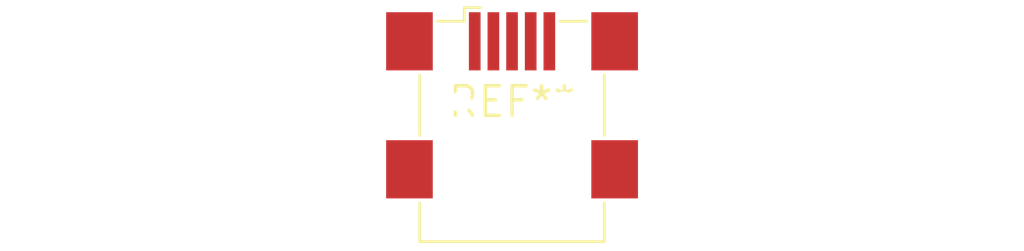
<source format=kicad_pcb>
(kicad_pcb (version 20240108) (generator pcbnew)
  (layers (0 "F.Cu" signal) (31 "B.Cu" signal) (34 "B.Paste" user) (35 "F.Paste" user) (36 "B.SilkS" user "B.Silkscreen") (37 "F.SilkS" user "F.Silkscreen") (38 "B.Mask" user) (39 "F.Mask" user) (44 "Edge.Cuts" user))
  (net 0 "")
  (footprint "USB_Mini-B_Wuerth_65100516121_Horizontal" (layer "F.Cu") (at 0 0)
    (property "Reference" "REF**")
    (property "Value" "USB_Mini-B_Wuerth_65100516121_Horizontal")
    (fp_line (start -3.96 1.45) (end -3.96 -1.15) (layer "F.SilkS") (stroke (width 0.12)))
    (fp_line (start -3.96 4.35) (end -3.96 6.01) (layer "F.SilkS") (stroke (width 0.12)))
    (fp_line (start -3.96 6.01) (end 3.96 6.01) (layer "F.SilkS") (stroke (width 0.12)))
    (fp_line (start -3.2 -3.46) (end -2.05 -3.46) (layer "F.SilkS") (stroke (width 0.12)))
    (fp_line (start -2.05 -4.05) (end -1.35 -4.05) (layer "F.SilkS") (stroke (width 0.12)))
    (fp_line (start -2.05 -3.46) (end -2.05 -4.05) (layer "F.SilkS") (stroke (width 0.12)))
    (fp_line (start 2.05 -3.46) (end 3.2 -3.46) (layer "F.SilkS") (stroke (width 0.12)))
    (fp_line (start 3.96 -1.15) (end 3.96 1.45) (layer "F.SilkS") (stroke (width 0.12)))
    (fp_line (start 3.96 6.01) (end 3.96 4.35) (layer "F.SilkS") (stroke (width 0.12)))
    (pad "" np_thru_hole circle (at -2.2 0) (size 0.9 0.9) (drill 0.9) (layers *.Cu *.Mask))
    (pad "" np_thru_hole circle (at 2.2 0) (size 0.9 0.9) (drill 0.9) (layers *.Cu *.Mask))
    (pad "1" smd rect (at -1.6 -2.6) (size 0.5 2.5) (layers "F.Cu" "F.Paste" "F.Mask"))
    (pad "2" smd rect (at -0.8 -2.6) (size 0.5 2.5) (layers "F.Cu" "F.Paste" "F.Mask"))
    (pad "3" smd rect (at 0 -2.6) (size 0.5 2.5) (layers "F.Cu" "F.Paste" "F.Mask"))
    (pad "4" smd rect (at 0.8 -2.6) (size 0.5 2.5) (layers "F.Cu" "F.Paste" "F.Mask"))
    (pad "5" smd rect (at 1.6 -2.6) (size 0.5 2.5) (layers "F.Cu" "F.Paste" "F.Mask"))
    (pad "6" smd rect (at -4.4 -2.6) (size 2 2.5) (layers "F.Cu" "F.Paste" "F.Mask"))
    (pad "6" smd rect (at -4.4 2.9) (size 2 2.5) (layers "F.Cu" "F.Paste" "F.Mask"))
    (pad "6" smd rect (at 4.4 -2.6) (size 2 2.5) (layers "F.Cu" "F.Paste" "F.Mask"))
    (pad "6" smd rect (at 4.4 2.9) (size 2 2.5) (layers "F.Cu" "F.Paste" "F.Mask"))
  )
)
</source>
